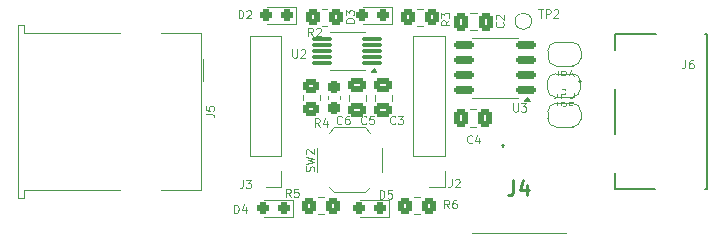
<source format=gbr>
%TF.GenerationSoftware,KiCad,Pcbnew,8.0.2*%
%TF.CreationDate,2024-05-05T20:52:19-05:00*%
%TF.ProjectId,ch554_USB_Host_Test,63683535-345f-4555-9342-5f486f73745f,rev?*%
%TF.SameCoordinates,Original*%
%TF.FileFunction,Legend,Top*%
%TF.FilePolarity,Positive*%
%FSLAX46Y46*%
G04 Gerber Fmt 4.6, Leading zero omitted, Abs format (unit mm)*
G04 Created by KiCad (PCBNEW 8.0.2) date 2024-05-05 20:52:19*
%MOMM*%
%LPD*%
G01*
G04 APERTURE LIST*
G04 Aperture macros list*
%AMRoundRect*
0 Rectangle with rounded corners*
0 $1 Rounding radius*
0 $2 $3 $4 $5 $6 $7 $8 $9 X,Y pos of 4 corners*
0 Add a 4 corners polygon primitive as box body*
4,1,4,$2,$3,$4,$5,$6,$7,$8,$9,$2,$3,0*
0 Add four circle primitives for the rounded corners*
1,1,$1+$1,$2,$3*
1,1,$1+$1,$4,$5*
1,1,$1+$1,$6,$7*
1,1,$1+$1,$8,$9*
0 Add four rect primitives between the rounded corners*
20,1,$1+$1,$2,$3,$4,$5,0*
20,1,$1+$1,$4,$5,$6,$7,0*
20,1,$1+$1,$6,$7,$8,$9,0*
20,1,$1+$1,$8,$9,$2,$3,0*%
%AMFreePoly0*
4,1,19,0.500000,-0.750000,0.000000,-0.750000,0.000000,-0.744911,-0.071157,-0.744911,-0.207708,-0.704816,-0.327430,-0.627875,-0.420627,-0.520320,-0.479746,-0.390866,-0.500000,-0.250000,-0.500000,0.250000,-0.479746,0.390866,-0.420627,0.520320,-0.327430,0.627875,-0.207708,0.704816,-0.071157,0.744911,0.000000,0.744911,0.000000,0.750000,0.500000,0.750000,0.500000,-0.750000,0.500000,-0.750000,
$1*%
%AMFreePoly1*
4,1,19,0.000000,0.744911,0.071157,0.744911,0.207708,0.704816,0.327430,0.627875,0.420627,0.520320,0.479746,0.390866,0.500000,0.250000,0.500000,-0.250000,0.479746,-0.390866,0.420627,-0.520320,0.327430,-0.627875,0.207708,-0.704816,0.071157,-0.744911,0.000000,-0.744911,0.000000,-0.750000,-0.500000,-0.750000,-0.500000,0.750000,0.000000,0.750000,0.000000,0.744911,0.000000,0.744911,
$1*%
G04 Aperture macros list end*
%ADD10C,0.254000*%
%ADD11C,0.100000*%
%ADD12C,0.200000*%
%ADD13C,0.120000*%
%ADD14C,0.127000*%
%ADD15C,0.001000*%
%ADD16R,0.400000X1.400000*%
%ADD17C,2.000000*%
%ADD18RoundRect,0.250000X0.450000X-0.350000X0.450000X0.350000X-0.450000X0.350000X-0.450000X-0.350000X0*%
%ADD19RoundRect,0.250000X-0.350000X-0.450000X0.350000X-0.450000X0.350000X0.450000X-0.350000X0.450000X0*%
%ADD20FreePoly0,0.000000*%
%ADD21FreePoly1,0.000000*%
%ADD22RoundRect,0.237500X0.287500X0.237500X-0.287500X0.237500X-0.287500X-0.237500X0.287500X-0.237500X0*%
%ADD23R,1.700000X1.700000*%
%ADD24O,1.700000X1.700000*%
%ADD25R,1.500000X1.600000*%
%ADD26C,1.600000*%
%ADD27C,3.000000*%
%ADD28RoundRect,0.250000X-0.337500X-0.475000X0.337500X-0.475000X0.337500X0.475000X-0.337500X0.475000X0*%
%ADD29R,3.500000X0.900000*%
%ADD30C,3.316000*%
%ADD31O,3.600000X1.800000*%
%ADD32FreePoly0,180.000000*%
%ADD33FreePoly1,180.000000*%
%ADD34RoundRect,0.250000X0.337500X0.475000X-0.337500X0.475000X-0.337500X-0.475000X0.337500X-0.475000X0*%
%ADD35C,1.000000*%
%ADD36RoundRect,0.150000X0.675000X0.150000X-0.675000X0.150000X-0.675000X-0.150000X0.675000X-0.150000X0*%
%ADD37RoundRect,0.087500X0.725000X0.087500X-0.725000X0.087500X-0.725000X-0.087500X0.725000X-0.087500X0*%
%ADD38RoundRect,0.250000X-0.475000X0.337500X-0.475000X-0.337500X0.475000X-0.337500X0.475000X0.337500X0*%
%ADD39RoundRect,0.237500X-0.237500X0.300000X-0.237500X-0.300000X0.237500X-0.300000X0.237500X0.300000X0*%
%ADD40R,1.000000X0.750000*%
G04 APERTURE END LIST*
D10*
X127216667Y-59034318D02*
X127216667Y-59941461D01*
X127216667Y-59941461D02*
X127156190Y-60122889D01*
X127156190Y-60122889D02*
X127035238Y-60243842D01*
X127035238Y-60243842D02*
X126853809Y-60304318D01*
X126853809Y-60304318D02*
X126732857Y-60304318D01*
X128365714Y-59457651D02*
X128365714Y-60304318D01*
X128063333Y-58973842D02*
X127760952Y-59880984D01*
X127760952Y-59880984D02*
X128547143Y-59880984D01*
D11*
X110813333Y-54478633D02*
X110580000Y-54145300D01*
X110413333Y-54478633D02*
X110413333Y-53778633D01*
X110413333Y-53778633D02*
X110680000Y-53778633D01*
X110680000Y-53778633D02*
X110746667Y-53811966D01*
X110746667Y-53811966D02*
X110780000Y-53845300D01*
X110780000Y-53845300D02*
X110813333Y-53911966D01*
X110813333Y-53911966D02*
X110813333Y-54011966D01*
X110813333Y-54011966D02*
X110780000Y-54078633D01*
X110780000Y-54078633D02*
X110746667Y-54111966D01*
X110746667Y-54111966D02*
X110680000Y-54145300D01*
X110680000Y-54145300D02*
X110413333Y-54145300D01*
X111413333Y-54011966D02*
X111413333Y-54478633D01*
X111246667Y-53745300D02*
X111080000Y-54245300D01*
X111080000Y-54245300D02*
X111513333Y-54245300D01*
X110273333Y-46808633D02*
X110040000Y-46475300D01*
X109873333Y-46808633D02*
X109873333Y-46108633D01*
X109873333Y-46108633D02*
X110140000Y-46108633D01*
X110140000Y-46108633D02*
X110206667Y-46141966D01*
X110206667Y-46141966D02*
X110240000Y-46175300D01*
X110240000Y-46175300D02*
X110273333Y-46241966D01*
X110273333Y-46241966D02*
X110273333Y-46341966D01*
X110273333Y-46341966D02*
X110240000Y-46408633D01*
X110240000Y-46408633D02*
X110206667Y-46441966D01*
X110206667Y-46441966D02*
X110140000Y-46475300D01*
X110140000Y-46475300D02*
X109873333Y-46475300D01*
X110540000Y-46175300D02*
X110573333Y-46141966D01*
X110573333Y-46141966D02*
X110640000Y-46108633D01*
X110640000Y-46108633D02*
X110806667Y-46108633D01*
X110806667Y-46108633D02*
X110873333Y-46141966D01*
X110873333Y-46141966D02*
X110906667Y-46175300D01*
X110906667Y-46175300D02*
X110940000Y-46241966D01*
X110940000Y-46241966D02*
X110940000Y-46308633D01*
X110940000Y-46308633D02*
X110906667Y-46408633D01*
X110906667Y-46408633D02*
X110506667Y-46808633D01*
X110506667Y-46808633D02*
X110940000Y-46808633D01*
X108383333Y-60443633D02*
X108150000Y-60110300D01*
X107983333Y-60443633D02*
X107983333Y-59743633D01*
X107983333Y-59743633D02*
X108250000Y-59743633D01*
X108250000Y-59743633D02*
X108316667Y-59776966D01*
X108316667Y-59776966D02*
X108350000Y-59810300D01*
X108350000Y-59810300D02*
X108383333Y-59876966D01*
X108383333Y-59876966D02*
X108383333Y-59976966D01*
X108383333Y-59976966D02*
X108350000Y-60043633D01*
X108350000Y-60043633D02*
X108316667Y-60076966D01*
X108316667Y-60076966D02*
X108250000Y-60110300D01*
X108250000Y-60110300D02*
X107983333Y-60110300D01*
X109016667Y-59743633D02*
X108683333Y-59743633D01*
X108683333Y-59743633D02*
X108650000Y-60076966D01*
X108650000Y-60076966D02*
X108683333Y-60043633D01*
X108683333Y-60043633D02*
X108750000Y-60010300D01*
X108750000Y-60010300D02*
X108916667Y-60010300D01*
X108916667Y-60010300D02*
X108983333Y-60043633D01*
X108983333Y-60043633D02*
X109016667Y-60076966D01*
X109016667Y-60076966D02*
X109050000Y-60143633D01*
X109050000Y-60143633D02*
X109050000Y-60310300D01*
X109050000Y-60310300D02*
X109016667Y-60376966D01*
X109016667Y-60376966D02*
X108983333Y-60410300D01*
X108983333Y-60410300D02*
X108916667Y-60443633D01*
X108916667Y-60443633D02*
X108750000Y-60443633D01*
X108750000Y-60443633D02*
X108683333Y-60410300D01*
X108683333Y-60410300D02*
X108650000Y-60376966D01*
X130956666Y-51328633D02*
X130956666Y-51828633D01*
X130956666Y-51828633D02*
X130923333Y-51928633D01*
X130923333Y-51928633D02*
X130856666Y-51995300D01*
X130856666Y-51995300D02*
X130756666Y-52028633D01*
X130756666Y-52028633D02*
X130690000Y-52028633D01*
X131289999Y-52028633D02*
X131289999Y-51328633D01*
X131289999Y-51328633D02*
X131556666Y-51328633D01*
X131556666Y-51328633D02*
X131623333Y-51361966D01*
X131623333Y-51361966D02*
X131656666Y-51395300D01*
X131656666Y-51395300D02*
X131689999Y-51461966D01*
X131689999Y-51461966D02*
X131689999Y-51561966D01*
X131689999Y-51561966D02*
X131656666Y-51628633D01*
X131656666Y-51628633D02*
X131623333Y-51661966D01*
X131623333Y-51661966D02*
X131556666Y-51695300D01*
X131556666Y-51695300D02*
X131289999Y-51695300D01*
X131923333Y-51328633D02*
X132356666Y-51328633D01*
X132356666Y-51328633D02*
X132123333Y-51595300D01*
X132123333Y-51595300D02*
X132223333Y-51595300D01*
X132223333Y-51595300D02*
X132289999Y-51628633D01*
X132289999Y-51628633D02*
X132323333Y-51661966D01*
X132323333Y-51661966D02*
X132356666Y-51728633D01*
X132356666Y-51728633D02*
X132356666Y-51895300D01*
X132356666Y-51895300D02*
X132323333Y-51961966D01*
X132323333Y-51961966D02*
X132289999Y-51995300D01*
X132289999Y-51995300D02*
X132223333Y-52028633D01*
X132223333Y-52028633D02*
X132023333Y-52028633D01*
X132023333Y-52028633D02*
X131956666Y-51995300D01*
X131956666Y-51995300D02*
X131923333Y-51961966D01*
X121818633Y-45496666D02*
X121485300Y-45729999D01*
X121818633Y-45896666D02*
X121118633Y-45896666D01*
X121118633Y-45896666D02*
X121118633Y-45629999D01*
X121118633Y-45629999D02*
X121151966Y-45563333D01*
X121151966Y-45563333D02*
X121185300Y-45529999D01*
X121185300Y-45529999D02*
X121251966Y-45496666D01*
X121251966Y-45496666D02*
X121351966Y-45496666D01*
X121351966Y-45496666D02*
X121418633Y-45529999D01*
X121418633Y-45529999D02*
X121451966Y-45563333D01*
X121451966Y-45563333D02*
X121485300Y-45629999D01*
X121485300Y-45629999D02*
X121485300Y-45896666D01*
X121118633Y-45263333D02*
X121118633Y-44829999D01*
X121118633Y-44829999D02*
X121385300Y-45063333D01*
X121385300Y-45063333D02*
X121385300Y-44963333D01*
X121385300Y-44963333D02*
X121418633Y-44896666D01*
X121418633Y-44896666D02*
X121451966Y-44863333D01*
X121451966Y-44863333D02*
X121518633Y-44829999D01*
X121518633Y-44829999D02*
X121685300Y-44829999D01*
X121685300Y-44829999D02*
X121751966Y-44863333D01*
X121751966Y-44863333D02*
X121785300Y-44896666D01*
X121785300Y-44896666D02*
X121818633Y-44963333D01*
X121818633Y-44963333D02*
X121818633Y-45163333D01*
X121818633Y-45163333D02*
X121785300Y-45229999D01*
X121785300Y-45229999D02*
X121751966Y-45263333D01*
X115908333Y-60568633D02*
X115908333Y-59868633D01*
X115908333Y-59868633D02*
X116075000Y-59868633D01*
X116075000Y-59868633D02*
X116175000Y-59901966D01*
X116175000Y-59901966D02*
X116241667Y-59968633D01*
X116241667Y-59968633D02*
X116275000Y-60035300D01*
X116275000Y-60035300D02*
X116308333Y-60168633D01*
X116308333Y-60168633D02*
X116308333Y-60268633D01*
X116308333Y-60268633D02*
X116275000Y-60401966D01*
X116275000Y-60401966D02*
X116241667Y-60468633D01*
X116241667Y-60468633D02*
X116175000Y-60535300D01*
X116175000Y-60535300D02*
X116075000Y-60568633D01*
X116075000Y-60568633D02*
X115908333Y-60568633D01*
X116941667Y-59868633D02*
X116608333Y-59868633D01*
X116608333Y-59868633D02*
X116575000Y-60201966D01*
X116575000Y-60201966D02*
X116608333Y-60168633D01*
X116608333Y-60168633D02*
X116675000Y-60135300D01*
X116675000Y-60135300D02*
X116841667Y-60135300D01*
X116841667Y-60135300D02*
X116908333Y-60168633D01*
X116908333Y-60168633D02*
X116941667Y-60201966D01*
X116941667Y-60201966D02*
X116975000Y-60268633D01*
X116975000Y-60268633D02*
X116975000Y-60435300D01*
X116975000Y-60435300D02*
X116941667Y-60501966D01*
X116941667Y-60501966D02*
X116908333Y-60535300D01*
X116908333Y-60535300D02*
X116841667Y-60568633D01*
X116841667Y-60568633D02*
X116675000Y-60568633D01*
X116675000Y-60568633D02*
X116608333Y-60535300D01*
X116608333Y-60535300D02*
X116575000Y-60501966D01*
X104326666Y-58978633D02*
X104326666Y-59478633D01*
X104326666Y-59478633D02*
X104293333Y-59578633D01*
X104293333Y-59578633D02*
X104226666Y-59645300D01*
X104226666Y-59645300D02*
X104126666Y-59678633D01*
X104126666Y-59678633D02*
X104060000Y-59678633D01*
X104593333Y-58978633D02*
X105026666Y-58978633D01*
X105026666Y-58978633D02*
X104793333Y-59245300D01*
X104793333Y-59245300D02*
X104893333Y-59245300D01*
X104893333Y-59245300D02*
X104959999Y-59278633D01*
X104959999Y-59278633D02*
X104993333Y-59311966D01*
X104993333Y-59311966D02*
X105026666Y-59378633D01*
X105026666Y-59378633D02*
X105026666Y-59545300D01*
X105026666Y-59545300D02*
X104993333Y-59611966D01*
X104993333Y-59611966D02*
X104959999Y-59645300D01*
X104959999Y-59645300D02*
X104893333Y-59678633D01*
X104893333Y-59678633D02*
X104693333Y-59678633D01*
X104693333Y-59678633D02*
X104626666Y-59645300D01*
X104626666Y-59645300D02*
X104593333Y-59611966D01*
X101193633Y-53428333D02*
X101693633Y-53428333D01*
X101693633Y-53428333D02*
X101793633Y-53461666D01*
X101793633Y-53461666D02*
X101860300Y-53528333D01*
X101860300Y-53528333D02*
X101893633Y-53628333D01*
X101893633Y-53628333D02*
X101893633Y-53695000D01*
X101193633Y-52761667D02*
X101193633Y-53095000D01*
X101193633Y-53095000D02*
X101526966Y-53128333D01*
X101526966Y-53128333D02*
X101493633Y-53095000D01*
X101493633Y-53095000D02*
X101460300Y-53028333D01*
X101460300Y-53028333D02*
X101460300Y-52861667D01*
X101460300Y-52861667D02*
X101493633Y-52795000D01*
X101493633Y-52795000D02*
X101526966Y-52761667D01*
X101526966Y-52761667D02*
X101593633Y-52728333D01*
X101593633Y-52728333D02*
X101760300Y-52728333D01*
X101760300Y-52728333D02*
X101826966Y-52761667D01*
X101826966Y-52761667D02*
X101860300Y-52795000D01*
X101860300Y-52795000D02*
X101893633Y-52861667D01*
X101893633Y-52861667D02*
X101893633Y-53028333D01*
X101893633Y-53028333D02*
X101860300Y-53095000D01*
X101860300Y-53095000D02*
X101826966Y-53128333D01*
X121996666Y-58918633D02*
X121996666Y-59418633D01*
X121996666Y-59418633D02*
X121963333Y-59518633D01*
X121963333Y-59518633D02*
X121896666Y-59585300D01*
X121896666Y-59585300D02*
X121796666Y-59618633D01*
X121796666Y-59618633D02*
X121730000Y-59618633D01*
X122296666Y-58985300D02*
X122329999Y-58951966D01*
X122329999Y-58951966D02*
X122396666Y-58918633D01*
X122396666Y-58918633D02*
X122563333Y-58918633D01*
X122563333Y-58918633D02*
X122629999Y-58951966D01*
X122629999Y-58951966D02*
X122663333Y-58985300D01*
X122663333Y-58985300D02*
X122696666Y-59051966D01*
X122696666Y-59051966D02*
X122696666Y-59118633D01*
X122696666Y-59118633D02*
X122663333Y-59218633D01*
X122663333Y-59218633D02*
X122263333Y-59618633D01*
X122263333Y-59618633D02*
X122696666Y-59618633D01*
X123738333Y-55836966D02*
X123705000Y-55870300D01*
X123705000Y-55870300D02*
X123605000Y-55903633D01*
X123605000Y-55903633D02*
X123538333Y-55903633D01*
X123538333Y-55903633D02*
X123438333Y-55870300D01*
X123438333Y-55870300D02*
X123371667Y-55803633D01*
X123371667Y-55803633D02*
X123338333Y-55736966D01*
X123338333Y-55736966D02*
X123305000Y-55603633D01*
X123305000Y-55603633D02*
X123305000Y-55503633D01*
X123305000Y-55503633D02*
X123338333Y-55370300D01*
X123338333Y-55370300D02*
X123371667Y-55303633D01*
X123371667Y-55303633D02*
X123438333Y-55236966D01*
X123438333Y-55236966D02*
X123538333Y-55203633D01*
X123538333Y-55203633D02*
X123605000Y-55203633D01*
X123605000Y-55203633D02*
X123705000Y-55236966D01*
X123705000Y-55236966D02*
X123738333Y-55270300D01*
X124338333Y-55436966D02*
X124338333Y-55903633D01*
X124171667Y-55170300D02*
X124005000Y-55670300D01*
X124005000Y-55670300D02*
X124438333Y-55670300D01*
X103558333Y-61793633D02*
X103558333Y-61093633D01*
X103558333Y-61093633D02*
X103725000Y-61093633D01*
X103725000Y-61093633D02*
X103825000Y-61126966D01*
X103825000Y-61126966D02*
X103891667Y-61193633D01*
X103891667Y-61193633D02*
X103925000Y-61260300D01*
X103925000Y-61260300D02*
X103958333Y-61393633D01*
X103958333Y-61393633D02*
X103958333Y-61493633D01*
X103958333Y-61493633D02*
X103925000Y-61626966D01*
X103925000Y-61626966D02*
X103891667Y-61693633D01*
X103891667Y-61693633D02*
X103825000Y-61760300D01*
X103825000Y-61760300D02*
X103725000Y-61793633D01*
X103725000Y-61793633D02*
X103558333Y-61793633D01*
X104558333Y-61326966D02*
X104558333Y-61793633D01*
X104391667Y-61060300D02*
X104225000Y-61560300D01*
X104225000Y-61560300D02*
X104658333Y-61560300D01*
X141786666Y-48858633D02*
X141786666Y-49358633D01*
X141786666Y-49358633D02*
X141753333Y-49458633D01*
X141753333Y-49458633D02*
X141686666Y-49525300D01*
X141686666Y-49525300D02*
X141586666Y-49558633D01*
X141586666Y-49558633D02*
X141520000Y-49558633D01*
X142419999Y-48858633D02*
X142286666Y-48858633D01*
X142286666Y-48858633D02*
X142219999Y-48891966D01*
X142219999Y-48891966D02*
X142186666Y-48925300D01*
X142186666Y-48925300D02*
X142119999Y-49025300D01*
X142119999Y-49025300D02*
X142086666Y-49158633D01*
X142086666Y-49158633D02*
X142086666Y-49425300D01*
X142086666Y-49425300D02*
X142119999Y-49491966D01*
X142119999Y-49491966D02*
X142153333Y-49525300D01*
X142153333Y-49525300D02*
X142219999Y-49558633D01*
X142219999Y-49558633D02*
X142353333Y-49558633D01*
X142353333Y-49558633D02*
X142419999Y-49525300D01*
X142419999Y-49525300D02*
X142453333Y-49491966D01*
X142453333Y-49491966D02*
X142486666Y-49425300D01*
X142486666Y-49425300D02*
X142486666Y-49258633D01*
X142486666Y-49258633D02*
X142453333Y-49191966D01*
X142453333Y-49191966D02*
X142419999Y-49158633D01*
X142419999Y-49158633D02*
X142353333Y-49125300D01*
X142353333Y-49125300D02*
X142219999Y-49125300D01*
X142219999Y-49125300D02*
X142153333Y-49158633D01*
X142153333Y-49158633D02*
X142119999Y-49191966D01*
X142119999Y-49191966D02*
X142086666Y-49258633D01*
X130966666Y-49758633D02*
X130966666Y-50258633D01*
X130966666Y-50258633D02*
X130933333Y-50358633D01*
X130933333Y-50358633D02*
X130866666Y-50425300D01*
X130866666Y-50425300D02*
X130766666Y-50458633D01*
X130766666Y-50458633D02*
X130700000Y-50458633D01*
X131299999Y-50458633D02*
X131299999Y-49758633D01*
X131299999Y-49758633D02*
X131566666Y-49758633D01*
X131566666Y-49758633D02*
X131633333Y-49791966D01*
X131633333Y-49791966D02*
X131666666Y-49825300D01*
X131666666Y-49825300D02*
X131699999Y-49891966D01*
X131699999Y-49891966D02*
X131699999Y-49991966D01*
X131699999Y-49991966D02*
X131666666Y-50058633D01*
X131666666Y-50058633D02*
X131633333Y-50091966D01*
X131633333Y-50091966D02*
X131566666Y-50125300D01*
X131566666Y-50125300D02*
X131299999Y-50125300D01*
X132299999Y-49991966D02*
X132299999Y-50458633D01*
X132133333Y-49725300D02*
X131966666Y-50225300D01*
X131966666Y-50225300D02*
X132399999Y-50225300D01*
X126351966Y-45656666D02*
X126385300Y-45689999D01*
X126385300Y-45689999D02*
X126418633Y-45789999D01*
X126418633Y-45789999D02*
X126418633Y-45856666D01*
X126418633Y-45856666D02*
X126385300Y-45956666D01*
X126385300Y-45956666D02*
X126318633Y-46023333D01*
X126318633Y-46023333D02*
X126251966Y-46056666D01*
X126251966Y-46056666D02*
X126118633Y-46089999D01*
X126118633Y-46089999D02*
X126018633Y-46089999D01*
X126018633Y-46089999D02*
X125885300Y-46056666D01*
X125885300Y-46056666D02*
X125818633Y-46023333D01*
X125818633Y-46023333D02*
X125751966Y-45956666D01*
X125751966Y-45956666D02*
X125718633Y-45856666D01*
X125718633Y-45856666D02*
X125718633Y-45789999D01*
X125718633Y-45789999D02*
X125751966Y-45689999D01*
X125751966Y-45689999D02*
X125785300Y-45656666D01*
X125785300Y-45389999D02*
X125751966Y-45356666D01*
X125751966Y-45356666D02*
X125718633Y-45289999D01*
X125718633Y-45289999D02*
X125718633Y-45123333D01*
X125718633Y-45123333D02*
X125751966Y-45056666D01*
X125751966Y-45056666D02*
X125785300Y-45023333D01*
X125785300Y-45023333D02*
X125851966Y-44989999D01*
X125851966Y-44989999D02*
X125918633Y-44989999D01*
X125918633Y-44989999D02*
X126018633Y-45023333D01*
X126018633Y-45023333D02*
X126418633Y-45423333D01*
X126418633Y-45423333D02*
X126418633Y-44989999D01*
X103958333Y-45318633D02*
X103958333Y-44618633D01*
X103958333Y-44618633D02*
X104125000Y-44618633D01*
X104125000Y-44618633D02*
X104225000Y-44651966D01*
X104225000Y-44651966D02*
X104291667Y-44718633D01*
X104291667Y-44718633D02*
X104325000Y-44785300D01*
X104325000Y-44785300D02*
X104358333Y-44918633D01*
X104358333Y-44918633D02*
X104358333Y-45018633D01*
X104358333Y-45018633D02*
X104325000Y-45151966D01*
X104325000Y-45151966D02*
X104291667Y-45218633D01*
X104291667Y-45218633D02*
X104225000Y-45285300D01*
X104225000Y-45285300D02*
X104125000Y-45318633D01*
X104125000Y-45318633D02*
X103958333Y-45318633D01*
X104625000Y-44685300D02*
X104658333Y-44651966D01*
X104658333Y-44651966D02*
X104725000Y-44618633D01*
X104725000Y-44618633D02*
X104891667Y-44618633D01*
X104891667Y-44618633D02*
X104958333Y-44651966D01*
X104958333Y-44651966D02*
X104991667Y-44685300D01*
X104991667Y-44685300D02*
X105025000Y-44751966D01*
X105025000Y-44751966D02*
X105025000Y-44818633D01*
X105025000Y-44818633D02*
X104991667Y-44918633D01*
X104991667Y-44918633D02*
X104591667Y-45318633D01*
X104591667Y-45318633D02*
X105025000Y-45318633D01*
X130926666Y-52408633D02*
X130926666Y-52908633D01*
X130926666Y-52908633D02*
X130893333Y-53008633D01*
X130893333Y-53008633D02*
X130826666Y-53075300D01*
X130826666Y-53075300D02*
X130726666Y-53108633D01*
X130726666Y-53108633D02*
X130660000Y-53108633D01*
X131259999Y-53108633D02*
X131259999Y-52408633D01*
X131259999Y-52408633D02*
X131526666Y-52408633D01*
X131526666Y-52408633D02*
X131593333Y-52441966D01*
X131593333Y-52441966D02*
X131626666Y-52475300D01*
X131626666Y-52475300D02*
X131659999Y-52541966D01*
X131659999Y-52541966D02*
X131659999Y-52641966D01*
X131659999Y-52641966D02*
X131626666Y-52708633D01*
X131626666Y-52708633D02*
X131593333Y-52741966D01*
X131593333Y-52741966D02*
X131526666Y-52775300D01*
X131526666Y-52775300D02*
X131259999Y-52775300D01*
X132293333Y-52408633D02*
X131959999Y-52408633D01*
X131959999Y-52408633D02*
X131926666Y-52741966D01*
X131926666Y-52741966D02*
X131959999Y-52708633D01*
X131959999Y-52708633D02*
X132026666Y-52675300D01*
X132026666Y-52675300D02*
X132193333Y-52675300D01*
X132193333Y-52675300D02*
X132259999Y-52708633D01*
X132259999Y-52708633D02*
X132293333Y-52741966D01*
X132293333Y-52741966D02*
X132326666Y-52808633D01*
X132326666Y-52808633D02*
X132326666Y-52975300D01*
X132326666Y-52975300D02*
X132293333Y-53041966D01*
X132293333Y-53041966D02*
X132259999Y-53075300D01*
X132259999Y-53075300D02*
X132193333Y-53108633D01*
X132193333Y-53108633D02*
X132026666Y-53108633D01*
X132026666Y-53108633D02*
X131959999Y-53075300D01*
X131959999Y-53075300D02*
X131926666Y-53041966D01*
X129346666Y-44548633D02*
X129746666Y-44548633D01*
X129546666Y-45248633D02*
X129546666Y-44548633D01*
X129979999Y-45248633D02*
X129979999Y-44548633D01*
X129979999Y-44548633D02*
X130246666Y-44548633D01*
X130246666Y-44548633D02*
X130313333Y-44581966D01*
X130313333Y-44581966D02*
X130346666Y-44615300D01*
X130346666Y-44615300D02*
X130379999Y-44681966D01*
X130379999Y-44681966D02*
X130379999Y-44781966D01*
X130379999Y-44781966D02*
X130346666Y-44848633D01*
X130346666Y-44848633D02*
X130313333Y-44881966D01*
X130313333Y-44881966D02*
X130246666Y-44915300D01*
X130246666Y-44915300D02*
X129979999Y-44915300D01*
X130646666Y-44615300D02*
X130679999Y-44581966D01*
X130679999Y-44581966D02*
X130746666Y-44548633D01*
X130746666Y-44548633D02*
X130913333Y-44548633D01*
X130913333Y-44548633D02*
X130979999Y-44581966D01*
X130979999Y-44581966D02*
X131013333Y-44615300D01*
X131013333Y-44615300D02*
X131046666Y-44681966D01*
X131046666Y-44681966D02*
X131046666Y-44748633D01*
X131046666Y-44748633D02*
X131013333Y-44848633D01*
X131013333Y-44848633D02*
X130613333Y-45248633D01*
X130613333Y-45248633D02*
X131046666Y-45248633D01*
X113728633Y-45686666D02*
X113028633Y-45686666D01*
X113028633Y-45686666D02*
X113028633Y-45519999D01*
X113028633Y-45519999D02*
X113061966Y-45419999D01*
X113061966Y-45419999D02*
X113128633Y-45353333D01*
X113128633Y-45353333D02*
X113195300Y-45319999D01*
X113195300Y-45319999D02*
X113328633Y-45286666D01*
X113328633Y-45286666D02*
X113428633Y-45286666D01*
X113428633Y-45286666D02*
X113561966Y-45319999D01*
X113561966Y-45319999D02*
X113628633Y-45353333D01*
X113628633Y-45353333D02*
X113695300Y-45419999D01*
X113695300Y-45419999D02*
X113728633Y-45519999D01*
X113728633Y-45519999D02*
X113728633Y-45686666D01*
X113028633Y-45053333D02*
X113028633Y-44619999D01*
X113028633Y-44619999D02*
X113295300Y-44853333D01*
X113295300Y-44853333D02*
X113295300Y-44753333D01*
X113295300Y-44753333D02*
X113328633Y-44686666D01*
X113328633Y-44686666D02*
X113361966Y-44653333D01*
X113361966Y-44653333D02*
X113428633Y-44619999D01*
X113428633Y-44619999D02*
X113595300Y-44619999D01*
X113595300Y-44619999D02*
X113661966Y-44653333D01*
X113661966Y-44653333D02*
X113695300Y-44686666D01*
X113695300Y-44686666D02*
X113728633Y-44753333D01*
X113728633Y-44753333D02*
X113728633Y-44953333D01*
X113728633Y-44953333D02*
X113695300Y-45019999D01*
X113695300Y-45019999D02*
X113661966Y-45053333D01*
X127211666Y-52503633D02*
X127211666Y-53070300D01*
X127211666Y-53070300D02*
X127245000Y-53136966D01*
X127245000Y-53136966D02*
X127278333Y-53170300D01*
X127278333Y-53170300D02*
X127345000Y-53203633D01*
X127345000Y-53203633D02*
X127478333Y-53203633D01*
X127478333Y-53203633D02*
X127545000Y-53170300D01*
X127545000Y-53170300D02*
X127578333Y-53136966D01*
X127578333Y-53136966D02*
X127611666Y-53070300D01*
X127611666Y-53070300D02*
X127611666Y-52503633D01*
X127878333Y-52503633D02*
X128311666Y-52503633D01*
X128311666Y-52503633D02*
X128078333Y-52770300D01*
X128078333Y-52770300D02*
X128178333Y-52770300D01*
X128178333Y-52770300D02*
X128244999Y-52803633D01*
X128244999Y-52803633D02*
X128278333Y-52836966D01*
X128278333Y-52836966D02*
X128311666Y-52903633D01*
X128311666Y-52903633D02*
X128311666Y-53070300D01*
X128311666Y-53070300D02*
X128278333Y-53136966D01*
X128278333Y-53136966D02*
X128244999Y-53170300D01*
X128244999Y-53170300D02*
X128178333Y-53203633D01*
X128178333Y-53203633D02*
X127978333Y-53203633D01*
X127978333Y-53203633D02*
X127911666Y-53170300D01*
X127911666Y-53170300D02*
X127878333Y-53136966D01*
X108516666Y-47943633D02*
X108516666Y-48510300D01*
X108516666Y-48510300D02*
X108550000Y-48576966D01*
X108550000Y-48576966D02*
X108583333Y-48610300D01*
X108583333Y-48610300D02*
X108650000Y-48643633D01*
X108650000Y-48643633D02*
X108783333Y-48643633D01*
X108783333Y-48643633D02*
X108850000Y-48610300D01*
X108850000Y-48610300D02*
X108883333Y-48576966D01*
X108883333Y-48576966D02*
X108916666Y-48510300D01*
X108916666Y-48510300D02*
X108916666Y-47943633D01*
X109216666Y-48010300D02*
X109249999Y-47976966D01*
X109249999Y-47976966D02*
X109316666Y-47943633D01*
X109316666Y-47943633D02*
X109483333Y-47943633D01*
X109483333Y-47943633D02*
X109549999Y-47976966D01*
X109549999Y-47976966D02*
X109583333Y-48010300D01*
X109583333Y-48010300D02*
X109616666Y-48076966D01*
X109616666Y-48076966D02*
X109616666Y-48143633D01*
X109616666Y-48143633D02*
X109583333Y-48243633D01*
X109583333Y-48243633D02*
X109183333Y-48643633D01*
X109183333Y-48643633D02*
X109616666Y-48643633D01*
X114753333Y-54211966D02*
X114720000Y-54245300D01*
X114720000Y-54245300D02*
X114620000Y-54278633D01*
X114620000Y-54278633D02*
X114553333Y-54278633D01*
X114553333Y-54278633D02*
X114453333Y-54245300D01*
X114453333Y-54245300D02*
X114386667Y-54178633D01*
X114386667Y-54178633D02*
X114353333Y-54111966D01*
X114353333Y-54111966D02*
X114320000Y-53978633D01*
X114320000Y-53978633D02*
X114320000Y-53878633D01*
X114320000Y-53878633D02*
X114353333Y-53745300D01*
X114353333Y-53745300D02*
X114386667Y-53678633D01*
X114386667Y-53678633D02*
X114453333Y-53611966D01*
X114453333Y-53611966D02*
X114553333Y-53578633D01*
X114553333Y-53578633D02*
X114620000Y-53578633D01*
X114620000Y-53578633D02*
X114720000Y-53611966D01*
X114720000Y-53611966D02*
X114753333Y-53645300D01*
X115386667Y-53578633D02*
X115053333Y-53578633D01*
X115053333Y-53578633D02*
X115020000Y-53911966D01*
X115020000Y-53911966D02*
X115053333Y-53878633D01*
X115053333Y-53878633D02*
X115120000Y-53845300D01*
X115120000Y-53845300D02*
X115286667Y-53845300D01*
X115286667Y-53845300D02*
X115353333Y-53878633D01*
X115353333Y-53878633D02*
X115386667Y-53911966D01*
X115386667Y-53911966D02*
X115420000Y-53978633D01*
X115420000Y-53978633D02*
X115420000Y-54145300D01*
X115420000Y-54145300D02*
X115386667Y-54211966D01*
X115386667Y-54211966D02*
X115353333Y-54245300D01*
X115353333Y-54245300D02*
X115286667Y-54278633D01*
X115286667Y-54278633D02*
X115120000Y-54278633D01*
X115120000Y-54278633D02*
X115053333Y-54245300D01*
X115053333Y-54245300D02*
X115020000Y-54211966D01*
X121783333Y-61393633D02*
X121550000Y-61060300D01*
X121383333Y-61393633D02*
X121383333Y-60693633D01*
X121383333Y-60693633D02*
X121650000Y-60693633D01*
X121650000Y-60693633D02*
X121716667Y-60726966D01*
X121716667Y-60726966D02*
X121750000Y-60760300D01*
X121750000Y-60760300D02*
X121783333Y-60826966D01*
X121783333Y-60826966D02*
X121783333Y-60926966D01*
X121783333Y-60926966D02*
X121750000Y-60993633D01*
X121750000Y-60993633D02*
X121716667Y-61026966D01*
X121716667Y-61026966D02*
X121650000Y-61060300D01*
X121650000Y-61060300D02*
X121383333Y-61060300D01*
X122383333Y-60693633D02*
X122250000Y-60693633D01*
X122250000Y-60693633D02*
X122183333Y-60726966D01*
X122183333Y-60726966D02*
X122150000Y-60760300D01*
X122150000Y-60760300D02*
X122083333Y-60860300D01*
X122083333Y-60860300D02*
X122050000Y-60993633D01*
X122050000Y-60993633D02*
X122050000Y-61260300D01*
X122050000Y-61260300D02*
X122083333Y-61326966D01*
X122083333Y-61326966D02*
X122116667Y-61360300D01*
X122116667Y-61360300D02*
X122183333Y-61393633D01*
X122183333Y-61393633D02*
X122316667Y-61393633D01*
X122316667Y-61393633D02*
X122383333Y-61360300D01*
X122383333Y-61360300D02*
X122416667Y-61326966D01*
X122416667Y-61326966D02*
X122450000Y-61260300D01*
X122450000Y-61260300D02*
X122450000Y-61093633D01*
X122450000Y-61093633D02*
X122416667Y-61026966D01*
X122416667Y-61026966D02*
X122383333Y-60993633D01*
X122383333Y-60993633D02*
X122316667Y-60960300D01*
X122316667Y-60960300D02*
X122183333Y-60960300D01*
X122183333Y-60960300D02*
X122116667Y-60993633D01*
X122116667Y-60993633D02*
X122083333Y-61026966D01*
X122083333Y-61026966D02*
X122050000Y-61093633D01*
X117223333Y-54211966D02*
X117190000Y-54245300D01*
X117190000Y-54245300D02*
X117090000Y-54278633D01*
X117090000Y-54278633D02*
X117023333Y-54278633D01*
X117023333Y-54278633D02*
X116923333Y-54245300D01*
X116923333Y-54245300D02*
X116856667Y-54178633D01*
X116856667Y-54178633D02*
X116823333Y-54111966D01*
X116823333Y-54111966D02*
X116790000Y-53978633D01*
X116790000Y-53978633D02*
X116790000Y-53878633D01*
X116790000Y-53878633D02*
X116823333Y-53745300D01*
X116823333Y-53745300D02*
X116856667Y-53678633D01*
X116856667Y-53678633D02*
X116923333Y-53611966D01*
X116923333Y-53611966D02*
X117023333Y-53578633D01*
X117023333Y-53578633D02*
X117090000Y-53578633D01*
X117090000Y-53578633D02*
X117190000Y-53611966D01*
X117190000Y-53611966D02*
X117223333Y-53645300D01*
X117456667Y-53578633D02*
X117890000Y-53578633D01*
X117890000Y-53578633D02*
X117656667Y-53845300D01*
X117656667Y-53845300D02*
X117756667Y-53845300D01*
X117756667Y-53845300D02*
X117823333Y-53878633D01*
X117823333Y-53878633D02*
X117856667Y-53911966D01*
X117856667Y-53911966D02*
X117890000Y-53978633D01*
X117890000Y-53978633D02*
X117890000Y-54145300D01*
X117890000Y-54145300D02*
X117856667Y-54211966D01*
X117856667Y-54211966D02*
X117823333Y-54245300D01*
X117823333Y-54245300D02*
X117756667Y-54278633D01*
X117756667Y-54278633D02*
X117556667Y-54278633D01*
X117556667Y-54278633D02*
X117490000Y-54245300D01*
X117490000Y-54245300D02*
X117456667Y-54211966D01*
X112703333Y-54211966D02*
X112670000Y-54245300D01*
X112670000Y-54245300D02*
X112570000Y-54278633D01*
X112570000Y-54278633D02*
X112503333Y-54278633D01*
X112503333Y-54278633D02*
X112403333Y-54245300D01*
X112403333Y-54245300D02*
X112336667Y-54178633D01*
X112336667Y-54178633D02*
X112303333Y-54111966D01*
X112303333Y-54111966D02*
X112270000Y-53978633D01*
X112270000Y-53978633D02*
X112270000Y-53878633D01*
X112270000Y-53878633D02*
X112303333Y-53745300D01*
X112303333Y-53745300D02*
X112336667Y-53678633D01*
X112336667Y-53678633D02*
X112403333Y-53611966D01*
X112403333Y-53611966D02*
X112503333Y-53578633D01*
X112503333Y-53578633D02*
X112570000Y-53578633D01*
X112570000Y-53578633D02*
X112670000Y-53611966D01*
X112670000Y-53611966D02*
X112703333Y-53645300D01*
X113303333Y-53578633D02*
X113170000Y-53578633D01*
X113170000Y-53578633D02*
X113103333Y-53611966D01*
X113103333Y-53611966D02*
X113070000Y-53645300D01*
X113070000Y-53645300D02*
X113003333Y-53745300D01*
X113003333Y-53745300D02*
X112970000Y-53878633D01*
X112970000Y-53878633D02*
X112970000Y-54145300D01*
X112970000Y-54145300D02*
X113003333Y-54211966D01*
X113003333Y-54211966D02*
X113036667Y-54245300D01*
X113036667Y-54245300D02*
X113103333Y-54278633D01*
X113103333Y-54278633D02*
X113236667Y-54278633D01*
X113236667Y-54278633D02*
X113303333Y-54245300D01*
X113303333Y-54245300D02*
X113336667Y-54211966D01*
X113336667Y-54211966D02*
X113370000Y-54145300D01*
X113370000Y-54145300D02*
X113370000Y-53978633D01*
X113370000Y-53978633D02*
X113336667Y-53911966D01*
X113336667Y-53911966D02*
X113303333Y-53878633D01*
X113303333Y-53878633D02*
X113236667Y-53845300D01*
X113236667Y-53845300D02*
X113103333Y-53845300D01*
X113103333Y-53845300D02*
X113036667Y-53878633D01*
X113036667Y-53878633D02*
X113003333Y-53911966D01*
X113003333Y-53911966D02*
X112970000Y-53978633D01*
X110310300Y-58258333D02*
X110343633Y-58158333D01*
X110343633Y-58158333D02*
X110343633Y-57991667D01*
X110343633Y-57991667D02*
X110310300Y-57925000D01*
X110310300Y-57925000D02*
X110276966Y-57891667D01*
X110276966Y-57891667D02*
X110210300Y-57858333D01*
X110210300Y-57858333D02*
X110143633Y-57858333D01*
X110143633Y-57858333D02*
X110076966Y-57891667D01*
X110076966Y-57891667D02*
X110043633Y-57925000D01*
X110043633Y-57925000D02*
X110010300Y-57991667D01*
X110010300Y-57991667D02*
X109976966Y-58125000D01*
X109976966Y-58125000D02*
X109943633Y-58191667D01*
X109943633Y-58191667D02*
X109910300Y-58225000D01*
X109910300Y-58225000D02*
X109843633Y-58258333D01*
X109843633Y-58258333D02*
X109776966Y-58258333D01*
X109776966Y-58258333D02*
X109710300Y-58225000D01*
X109710300Y-58225000D02*
X109676966Y-58191667D01*
X109676966Y-58191667D02*
X109643633Y-58125000D01*
X109643633Y-58125000D02*
X109643633Y-57958333D01*
X109643633Y-57958333D02*
X109676966Y-57858333D01*
X109643633Y-57625000D02*
X110343633Y-57458333D01*
X110343633Y-57458333D02*
X109843633Y-57325000D01*
X109843633Y-57325000D02*
X110343633Y-57191666D01*
X110343633Y-57191666D02*
X109643633Y-57025000D01*
X109710300Y-56791666D02*
X109676966Y-56758333D01*
X109676966Y-56758333D02*
X109643633Y-56691666D01*
X109643633Y-56691666D02*
X109643633Y-56525000D01*
X109643633Y-56525000D02*
X109676966Y-56458333D01*
X109676966Y-56458333D02*
X109710300Y-56425000D01*
X109710300Y-56425000D02*
X109776966Y-56391666D01*
X109776966Y-56391666D02*
X109843633Y-56391666D01*
X109843633Y-56391666D02*
X109943633Y-56425000D01*
X109943633Y-56425000D02*
X110343633Y-56825000D01*
X110343633Y-56825000D02*
X110343633Y-56391666D01*
%TO.C,J4*%
X123716000Y-63465000D02*
X131715000Y-63465000D01*
D12*
X126341000Y-55995000D02*
X126341000Y-55995000D01*
X126341000Y-56195000D02*
X126341000Y-56195000D01*
X126341000Y-55995000D02*
G75*
G02*
X126341000Y-56195000I0J-100000D01*
G01*
X126341000Y-56195000D02*
G75*
G02*
X126341000Y-55995000I0J100000D01*
G01*
D13*
%TO.C,R4*%
X109390000Y-52252064D02*
X109390000Y-51797936D01*
X110860000Y-52252064D02*
X110860000Y-51797936D01*
%TO.C,R2*%
X110997222Y-44495000D02*
X111451350Y-44495000D01*
X110997222Y-45965000D02*
X111451350Y-45965000D01*
%TO.C,R5*%
X110725793Y-60440000D02*
X111179921Y-60440000D01*
X110725793Y-61910000D02*
X111179921Y-61910000D01*
%TO.C,JP3*%
X130140000Y-53810000D02*
X130140000Y-53210000D01*
X130840000Y-52510000D02*
X132240000Y-52510000D01*
X132240000Y-54510000D02*
X130840000Y-54510000D01*
X132940000Y-53210000D02*
X132940000Y-53810000D01*
X130140000Y-53210000D02*
G75*
G02*
X130840000Y-52510000I699999J1D01*
G01*
X130840000Y-54510000D02*
G75*
G02*
X130140000Y-53810000I-1J699999D01*
G01*
X132240000Y-52510000D02*
G75*
G02*
X132940000Y-53210000I0J-700000D01*
G01*
X132940000Y-53810000D02*
G75*
G02*
X132240000Y-54510000I-700000J0D01*
G01*
%TO.C,R3*%
X119097936Y-44495000D02*
X119552064Y-44495000D01*
X119097936Y-45965000D02*
X119552064Y-45965000D01*
%TO.C,D5*%
X114225714Y-62135000D02*
X116685714Y-62135000D01*
X116685714Y-60665000D02*
X114225714Y-60665000D01*
X116685714Y-62135000D02*
X116685714Y-60665000D01*
%TO.C,J3*%
X104920000Y-57000000D02*
X104920000Y-46780000D01*
X107580000Y-46780000D02*
X104920000Y-46780000D01*
X107580000Y-57000000D02*
X104920000Y-57000000D01*
X107580000Y-57000000D02*
X107580000Y-46780000D01*
X107580000Y-58270000D02*
X107580000Y-59600000D01*
X107580000Y-59600000D02*
X106250000Y-59600000D01*
%TO.C,J5*%
X85285000Y-45885000D02*
X85285000Y-60505000D01*
X85285000Y-60505000D02*
X85805000Y-60505000D01*
X85805000Y-45885000D02*
X85285000Y-45885000D01*
X85805000Y-46535000D02*
X85805000Y-45885000D01*
X85805000Y-46535000D02*
X93915000Y-46535000D01*
X85805000Y-60505000D02*
X85805000Y-59855000D01*
X93915000Y-59855000D02*
X85805000Y-59855000D01*
X100765000Y-46535000D02*
X97435000Y-46535000D01*
X100765000Y-46535000D02*
X100765000Y-59855000D01*
X100765000Y-59855000D02*
X97435000Y-59855000D01*
X100985000Y-48795000D02*
X100985000Y-50595000D01*
%TO.C,J2*%
X118770000Y-57000000D02*
X118770000Y-46780000D01*
X121430000Y-46780000D02*
X118770000Y-46780000D01*
X121430000Y-57000000D02*
X118770000Y-57000000D01*
X121430000Y-57000000D02*
X121430000Y-46780000D01*
X121430000Y-58270000D02*
X121430000Y-59600000D01*
X121430000Y-59600000D02*
X120100000Y-59600000D01*
%TO.C,C4*%
X123548748Y-53025000D02*
X124071252Y-53025000D01*
X123548748Y-54495000D02*
X124071252Y-54495000D01*
%TO.C,D4*%
X106125000Y-62135000D02*
X108585000Y-62135000D01*
X108585000Y-60665000D02*
X106125000Y-60665000D01*
X108585000Y-62135000D02*
X108585000Y-60665000D01*
D14*
%TO.C,J6*%
X135860000Y-46645000D02*
X135860000Y-47965000D01*
X135860000Y-46645000D02*
X139290000Y-46645000D01*
X135860000Y-55085000D02*
X135860000Y-51325000D01*
X135860000Y-59745000D02*
X135860000Y-58425000D01*
X135860000Y-59745000D02*
X139200000Y-59745000D01*
X143660000Y-46645000D02*
X143420000Y-46645000D01*
X143660000Y-46645000D02*
X143660000Y-59745000D01*
X143660000Y-59745000D02*
X143420000Y-59745000D01*
D12*
X132970000Y-50655000D02*
G75*
G02*
X132770000Y-50655000I-100000J0D01*
G01*
X132770000Y-50655000D02*
G75*
G02*
X132970000Y-50655000I100000J0D01*
G01*
D13*
%TO.C,JP4*%
X130150000Y-48640000D02*
X130150000Y-48040000D01*
X130850000Y-47340000D02*
X132250000Y-47340000D01*
X132250000Y-49340000D02*
X130850000Y-49340000D01*
X132950000Y-48040000D02*
X132950000Y-48640000D01*
X130150000Y-48040000D02*
G75*
G02*
X130850000Y-47340000I700000J0D01*
G01*
X130850000Y-49340000D02*
G75*
G02*
X130150000Y-48640000I0J700000D01*
G01*
X132250000Y-47340000D02*
G75*
G02*
X132950000Y-48040000I1J-699999D01*
G01*
X132950000Y-48640000D02*
G75*
G02*
X132250000Y-49340000I-699999J-1D01*
G01*
%TO.C,C2*%
X124111252Y-44850000D02*
X123588748Y-44850000D01*
X124111252Y-46320000D02*
X123588748Y-46320000D01*
%TO.C,D2*%
X106351429Y-45785000D02*
X108811429Y-45785000D01*
X108811429Y-44315000D02*
X106351429Y-44315000D01*
X108811429Y-45785000D02*
X108811429Y-44315000D01*
%TO.C,JP5*%
X130110000Y-51290000D02*
X130110000Y-50690000D01*
X130810000Y-49990000D02*
X132210000Y-49990000D01*
X132210000Y-51990000D02*
X130810000Y-51990000D01*
X132910000Y-50690000D02*
X132910000Y-51290000D01*
X130110000Y-50690000D02*
G75*
G02*
X130810000Y-49990000I700000J0D01*
G01*
X130810000Y-51990000D02*
G75*
G02*
X130110000Y-51290000I0J700000D01*
G01*
X132210000Y-49990000D02*
G75*
G02*
X132910000Y-50690000I1J-699999D01*
G01*
X132910000Y-51290000D02*
G75*
G02*
X132210000Y-51990000I-699999J-1D01*
G01*
%TO.C,TP2*%
X128770000Y-45560000D02*
G75*
G02*
X127370000Y-45560000I-700000J0D01*
G01*
X127370000Y-45560000D02*
G75*
G02*
X128770000Y-45560000I700000J0D01*
G01*
%TO.C,D3*%
X114497143Y-45785000D02*
X116957143Y-45785000D01*
X116957143Y-44315000D02*
X114497143Y-44315000D01*
X116957143Y-45785000D02*
X116957143Y-44315000D01*
%TO.C,U3*%
X125670000Y-46950000D02*
X123720000Y-46950000D01*
X125670000Y-46950000D02*
X127620000Y-46950000D01*
X125670000Y-52070000D02*
X123720000Y-52070000D01*
X125670000Y-52070000D02*
X127620000Y-52070000D01*
X128610000Y-52305000D02*
X128130000Y-52305000D01*
X128370000Y-51975000D01*
X128610000Y-52305000D01*
G36*
X128610000Y-52305000D02*
G01*
X128130000Y-52305000D01*
X128370000Y-51975000D01*
X128610000Y-52305000D01*
G37*
%TO.C,U2*%
X113175000Y-46460000D02*
X111675000Y-46460000D01*
X113175000Y-46460000D02*
X114675000Y-46460000D01*
X113175000Y-49680000D02*
X111675000Y-49680000D01*
X113175000Y-49680000D02*
X114675000Y-49680000D01*
X115627500Y-49835000D02*
X115147500Y-49835000D01*
X115387500Y-49505000D01*
X115627500Y-49835000D01*
G36*
X115627500Y-49835000D02*
G01*
X115147500Y-49835000D01*
X115387500Y-49505000D01*
X115627500Y-49835000D01*
G37*
%TO.C,C5*%
X113281666Y-51763748D02*
X113281666Y-52286252D01*
X114751666Y-51763748D02*
X114751666Y-52286252D01*
%TO.C,R6*%
X118826508Y-60440000D02*
X119280636Y-60440000D01*
X118826508Y-61910000D02*
X119280636Y-61910000D01*
%TO.C,C3*%
X115490000Y-51763748D02*
X115490000Y-52286252D01*
X116960000Y-51763748D02*
X116960000Y-52286252D01*
%TO.C,C6*%
X111548333Y-51878733D02*
X111548333Y-52171267D01*
X112568333Y-51878733D02*
X112568333Y-52171267D01*
%TO.C,SW2*%
X110575000Y-58300000D02*
X110575000Y-56300000D01*
X111575000Y-55000000D02*
X112025000Y-54550000D01*
X111575000Y-59600000D02*
X112025000Y-60050000D01*
X114625000Y-54550000D02*
X112025000Y-54550000D01*
X114625000Y-60050000D02*
X112025000Y-60050000D01*
X115075000Y-55000000D02*
X114625000Y-54550000D01*
X115075000Y-59600000D02*
X114625000Y-60050000D01*
X116075000Y-58300000D02*
X116075000Y-56300000D01*
%TD*%
%LPC*%
D15*
%TO.C,J4*%
X125640000Y-58565000D03*
X129640000Y-58565000D03*
D16*
X126340000Y-57745000D03*
X126990000Y-57745000D03*
X127640000Y-57745000D03*
X128290000Y-57745000D03*
X128940000Y-57745000D03*
D17*
X124065000Y-60695000D03*
X131215000Y-60695000D03*
X131215000Y-57245000D03*
X124065000Y-57245000D03*
%TD*%
D18*
%TO.C,R4*%
X110125000Y-53025000D03*
X110125000Y-51025000D03*
%TD*%
D19*
%TO.C,R2*%
X110224286Y-45230000D03*
X112224286Y-45230000D03*
%TD*%
%TO.C,R5*%
X109952857Y-61175000D03*
X111952857Y-61175000D03*
%TD*%
D20*
%TO.C,JP3*%
X130890000Y-53510000D03*
D21*
X132190000Y-53510000D03*
%TD*%
D19*
%TO.C,R3*%
X118325000Y-45230000D03*
X120325000Y-45230000D03*
%TD*%
D22*
%TO.C,D5*%
X115900714Y-61400000D03*
X114150714Y-61400000D03*
%TD*%
D23*
%TO.C,J3*%
X106250000Y-58270000D03*
D24*
X106250000Y-55730000D03*
X106250000Y-53190000D03*
X106250000Y-50650000D03*
X106250000Y-48110000D03*
%TD*%
D25*
%TO.C,J5*%
X98385000Y-49695000D03*
D26*
X98385000Y-52195000D03*
X98385000Y-54195000D03*
X98385000Y-56695000D03*
D27*
X95675000Y-46625000D03*
X95675000Y-59765000D03*
%TD*%
D23*
%TO.C,J2*%
X120100000Y-58270000D03*
D24*
X120100000Y-55730000D03*
X120100000Y-53190000D03*
X120100000Y-50650000D03*
X120100000Y-48110000D03*
%TD*%
D28*
%TO.C,C4*%
X122772500Y-53760000D03*
X124847500Y-53760000D03*
%TD*%
D22*
%TO.C,D4*%
X107800000Y-61400000D03*
X106050000Y-61400000D03*
%TD*%
D29*
%TO.C,J6*%
X135560000Y-50495000D03*
X135560000Y-55895000D03*
X135560000Y-48695000D03*
X135560000Y-57695000D03*
D30*
X140660000Y-53195000D03*
D31*
X141360000Y-46795000D03*
X141360000Y-59595000D03*
%TD*%
D32*
%TO.C,JP4*%
X132200000Y-48340000D03*
D33*
X130900000Y-48340000D03*
%TD*%
D34*
%TO.C,C2*%
X124887500Y-45585000D03*
X122812500Y-45585000D03*
%TD*%
D22*
%TO.C,D2*%
X108026429Y-45050000D03*
X106276429Y-45050000D03*
%TD*%
D32*
%TO.C,JP5*%
X132160000Y-50990000D03*
D33*
X130860000Y-50990000D03*
%TD*%
D35*
%TO.C,TP2*%
X128070000Y-45560000D03*
%TD*%
D22*
%TO.C,D3*%
X116172143Y-45050000D03*
X114422143Y-45050000D03*
%TD*%
D36*
%TO.C,U3*%
X128295000Y-51415000D03*
X128295000Y-50145000D03*
X128295000Y-48875000D03*
X128295000Y-47605000D03*
X123045000Y-47605000D03*
X123045000Y-48875000D03*
X123045000Y-50145000D03*
X123045000Y-51415000D03*
%TD*%
D37*
%TO.C,U2*%
X115287500Y-49070000D03*
X115287500Y-48570000D03*
X115287500Y-48070000D03*
X115287500Y-47570000D03*
X115287500Y-47070000D03*
X111062500Y-47070000D03*
X111062500Y-47570000D03*
X111062500Y-48070000D03*
X111062500Y-48570000D03*
X111062500Y-49070000D03*
%TD*%
D38*
%TO.C,C5*%
X114016666Y-50987500D03*
X114016666Y-53062500D03*
%TD*%
D19*
%TO.C,R6*%
X118053572Y-61175000D03*
X120053572Y-61175000D03*
%TD*%
D38*
%TO.C,C3*%
X116225000Y-50987500D03*
X116225000Y-53062500D03*
%TD*%
D39*
%TO.C,C6*%
X112058333Y-51162500D03*
X112058333Y-52887500D03*
%TD*%
D40*
%TO.C,SW2*%
X116325000Y-59175000D03*
X110325000Y-59175000D03*
X116325000Y-55425000D03*
X110325000Y-55425000D03*
%TD*%
%LPD*%
M02*

</source>
